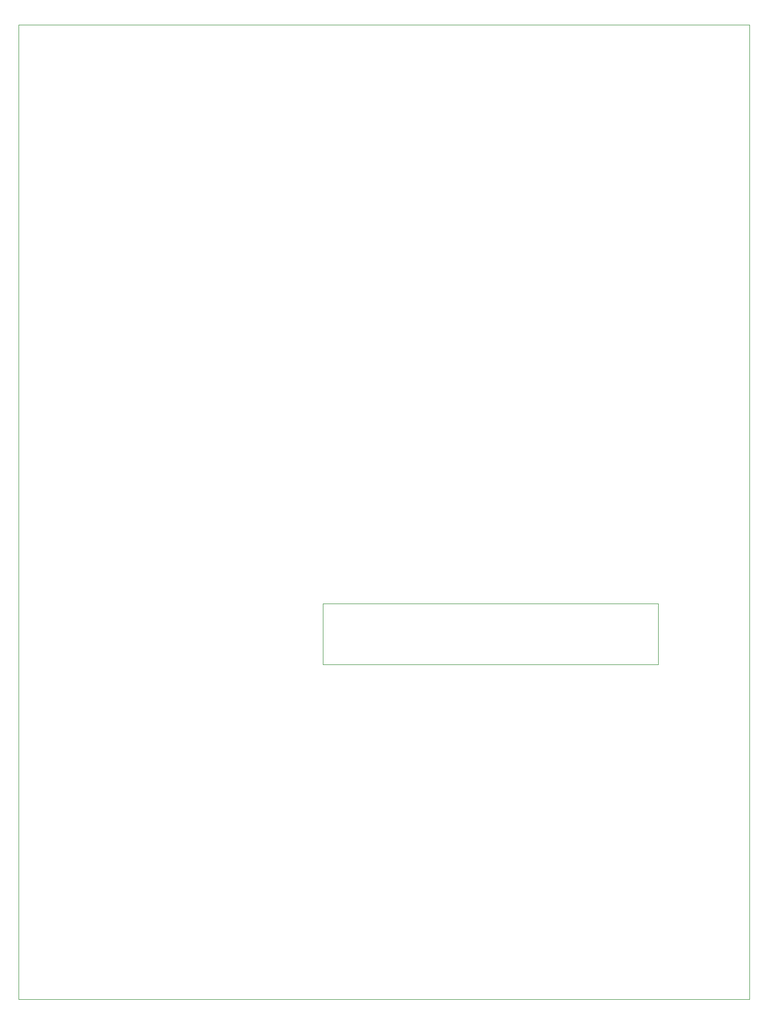
<source format=gm1>
%TF.GenerationSoftware,KiCad,Pcbnew,(5.1.5-0)*%
%TF.CreationDate,2022-01-10T13:55:22-07:00*%
%TF.ProjectId,PCB_02,5043425f-3032-42e6-9b69-6361645f7063,rev?*%
%TF.SameCoordinates,Original*%
%TF.FileFunction,Profile,NP*%
%FSLAX46Y46*%
G04 Gerber Fmt 4.6, Leading zero omitted, Abs format (unit mm)*
G04 Created by KiCad (PCBNEW (5.1.5-0)) date 2022-01-10 13:55:22*
%MOMM*%
%LPD*%
G04 APERTURE LIST*
%TA.AperFunction,Profile*%
%ADD10C,0.050000*%
%TD*%
G04 APERTURE END LIST*
D10*
X50000000Y-95000000D02*
X50000000Y-105000000D01*
X105000000Y-95000000D02*
X105000000Y-105000000D01*
X50000000Y-105000000D02*
X105000000Y-105000000D01*
X50000000Y-95000000D02*
X105000000Y-95000000D01*
X120000000Y-160000000D02*
X0Y-160000000D01*
X120000000Y0D02*
X120000000Y-160000000D01*
X0Y0D02*
X120000000Y0D01*
X0Y0D02*
X0Y-160000000D01*
M02*

</source>
